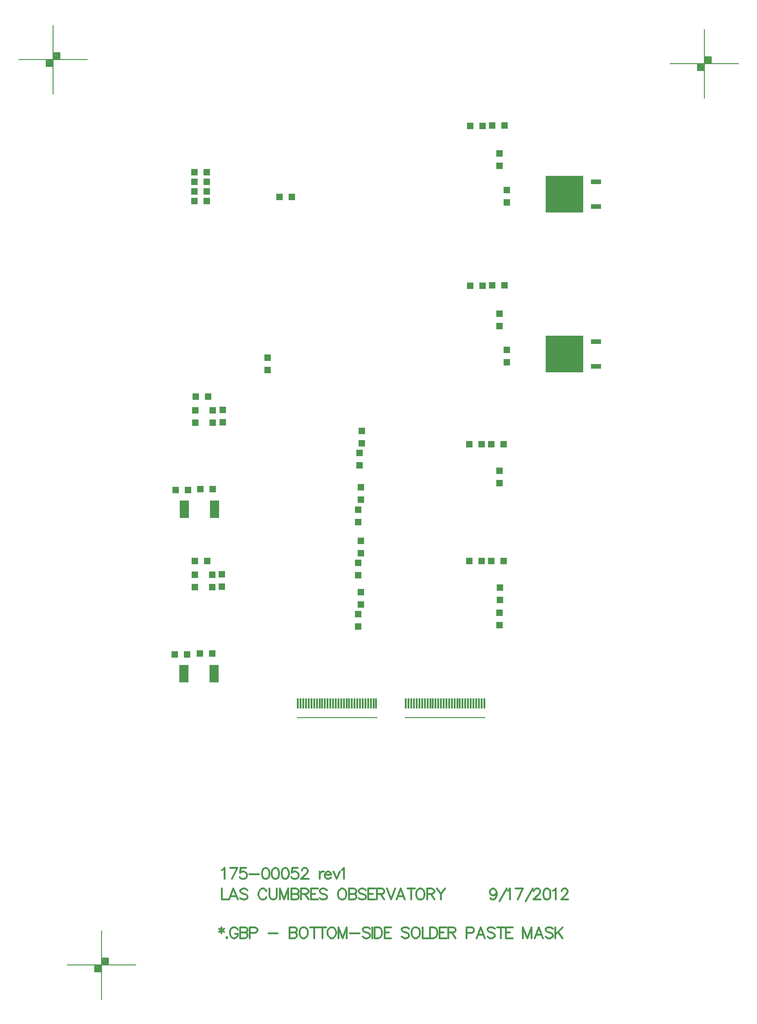
<source format=gbp>
%FSLAX23Y23*%
%MOIN*%
G70*
G01*
G75*
G04 Layer_Color=128*
%ADD10R,0.012X0.065*%
%ADD11R,0.217X0.120*%
%ADD12R,0.065X0.012*%
%ADD13R,0.075X0.037*%
%ADD14R,0.272X0.268*%
%ADD15R,0.035X0.037*%
%ADD16R,0.035X0.037*%
%ADD17R,0.085X0.138*%
%ADD18R,0.085X0.043*%
%ADD19R,0.085X0.043*%
%ADD20O,0.028X0.098*%
%ADD21R,0.280X0.100*%
%ADD22R,0.070X0.135*%
%ADD23R,0.050X0.050*%
%ADD24O,0.087X0.024*%
%ADD25O,0.098X0.028*%
%ADD26R,0.045X0.017*%
%ADD27R,0.591X0.010*%
%ADD28R,0.012X0.105*%
%ADD29R,0.063X0.051*%
%ADD30R,0.063X0.079*%
%ADD31R,0.050X0.050*%
%ADD32C,0.010*%
%ADD33C,0.050*%
%ADD34C,0.020*%
%ADD35C,0.075*%
%ADD36C,0.012*%
%ADD37C,0.008*%
%ADD38C,0.012*%
%ADD39C,0.012*%
%ADD40R,0.060X0.060*%
%ADD41C,0.060*%
%ADD42C,0.024*%
%ADD43C,0.020*%
%ADD44C,0.115*%
%ADD45R,0.115X0.115*%
%ADD46C,0.080*%
%ADD47C,0.055*%
%ADD48R,0.059X0.059*%
%ADD49C,0.059*%
%ADD50C,0.120*%
%ADD51R,0.120X0.120*%
%ADD52R,0.079X0.079*%
%ADD53C,0.079*%
%ADD54C,0.010*%
%ADD55C,0.050*%
%ADD56C,0.040*%
%ADD57C,0.070*%
%ADD58C,0.054*%
%ADD59C,0.118*%
G04:AMPARAMS|DCode=60|XSize=138mil|YSize=138mil|CornerRadius=0mil|HoleSize=0mil|Usage=FLASHONLY|Rotation=0.000|XOffset=0mil|YOffset=0mil|HoleType=Round|Shape=Relief|Width=10mil|Gap=10mil|Entries=4|*
%AMTHD60*
7,0,0,0.138,0.118,0.010,45*
%
%ADD60THD60*%
G04:AMPARAMS|DCode=61|XSize=112mil|YSize=112mil|CornerRadius=0mil|HoleSize=0mil|Usage=FLASHONLY|Rotation=0.000|XOffset=0mil|YOffset=0mil|HoleType=Round|Shape=Relief|Width=10mil|Gap=10mil|Entries=4|*
%AMTHD61*
7,0,0,0.112,0.092,0.010,45*
%
%ADD61THD61*%
%ADD62C,0.073*%
%ADD63C,0.075*%
%ADD64C,0.110*%
G04:AMPARAMS|DCode=65|XSize=107.244mil|YSize=107.244mil|CornerRadius=0mil|HoleSize=0mil|Usage=FLASHONLY|Rotation=0.000|XOffset=0mil|YOffset=0mil|HoleType=Round|Shape=Relief|Width=10mil|Gap=10mil|Entries=4|*
%AMTHD65*
7,0,0,0.107,0.087,0.010,45*
%
%ADD65THD65*%
%ADD66C,0.087*%
%ADD67C,0.092*%
%ADD68C,0.046*%
%ADD69C,0.064*%
G04:AMPARAMS|DCode=70|XSize=70mil|YSize=70mil|CornerRadius=0mil|HoleSize=0mil|Usage=FLASHONLY|Rotation=0.000|XOffset=0mil|YOffset=0mil|HoleType=Round|Shape=Relief|Width=10mil|Gap=10mil|Entries=4|*
%AMTHD70*
7,0,0,0.070,0.050,0.010,45*
%
%ADD70THD70*%
G04:AMPARAMS|DCode=71|XSize=88mil|YSize=88mil|CornerRadius=0mil|HoleSize=0mil|Usage=FLASHONLY|Rotation=0.000|XOffset=0mil|YOffset=0mil|HoleType=Round|Shape=Relief|Width=10mil|Gap=10mil|Entries=4|*
%AMTHD71*
7,0,0,0.088,0.068,0.010,45*
%
%ADD71THD71*%
%ADD72C,0.068*%
%ADD73C,0.000*%
G04:AMPARAMS|DCode=74|XSize=90mil|YSize=90mil|CornerRadius=0mil|HoleSize=0mil|Usage=FLASHONLY|Rotation=0.000|XOffset=0mil|YOffset=0mil|HoleType=Round|Shape=Relief|Width=10mil|Gap=10mil|Entries=4|*
%AMTHD74*
7,0,0,0.090,0.070,0.010,45*
%
%ADD74THD74*%
G04:AMPARAMS|DCode=75|XSize=93.465mil|YSize=93.465mil|CornerRadius=0mil|HoleSize=0mil|Usage=FLASHONLY|Rotation=0.000|XOffset=0mil|YOffset=0mil|HoleType=Round|Shape=Relief|Width=10mil|Gap=10mil|Entries=4|*
%AMTHD75*
7,0,0,0.093,0.073,0.010,45*
%
%ADD75THD75*%
G04:AMPARAMS|DCode=76|XSize=95.433mil|YSize=95.433mil|CornerRadius=0mil|HoleSize=0mil|Usage=FLASHONLY|Rotation=0.000|XOffset=0mil|YOffset=0mil|HoleType=Round|Shape=Relief|Width=10mil|Gap=10mil|Entries=4|*
%AMTHD76*
7,0,0,0.095,0.075,0.010,45*
%
%ADD76THD76*%
G04:AMPARAMS|DCode=77|XSize=130mil|YSize=130mil|CornerRadius=0mil|HoleSize=0mil|Usage=FLASHONLY|Rotation=0.000|XOffset=0mil|YOffset=0mil|HoleType=Round|Shape=Relief|Width=10mil|Gap=10mil|Entries=4|*
%AMTHD77*
7,0,0,0.130,0.110,0.010,45*
%
%ADD77THD77*%
%ADD78C,0.005*%
%ADD79R,0.071X0.126*%
%ADD80C,0.006*%
%ADD81C,0.008*%
%ADD82C,0.010*%
%ADD83R,0.189X0.116*%
%ADD84R,0.012X0.075*%
%ADD85R,0.012X0.060*%
%ADD86R,0.020X0.073*%
%ADD87R,0.225X0.128*%
%ADD88R,0.073X0.020*%
%ADD89R,0.083X0.045*%
%ADD90R,0.280X0.276*%
%ADD91R,0.043X0.045*%
%ADD92R,0.043X0.045*%
%ADD93R,0.093X0.146*%
%ADD94R,0.093X0.051*%
%ADD95R,0.093X0.051*%
%ADD96O,0.036X0.106*%
%ADD97R,0.288X0.108*%
%ADD98R,0.078X0.143*%
%ADD99R,0.058X0.058*%
%ADD100O,0.095X0.032*%
%ADD101O,0.106X0.036*%
%ADD102R,0.053X0.025*%
%ADD103R,0.599X0.018*%
%ADD104R,0.005X0.098*%
%ADD105R,0.071X0.059*%
%ADD106R,0.071X0.087*%
%ADD107R,0.058X0.058*%
%ADD108R,0.068X0.068*%
%ADD109C,0.032*%
%ADD110C,0.028*%
%ADD111C,0.123*%
%ADD112R,0.123X0.123*%
%ADD113C,0.088*%
%ADD114C,0.063*%
%ADD115R,0.067X0.067*%
%ADD116C,0.067*%
%ADD117C,0.128*%
%ADD118R,0.128X0.128*%
%ADD119R,0.087X0.087*%
%ADD120C,0.087*%
%ADD121C,0.018*%
%ADD122C,0.058*%
%ADD123R,1.016X0.295*%
%ADD124R,0.079X0.134*%
D13*
X45035Y29479D02*
D03*
Y29299D02*
D03*
Y30643D02*
D03*
Y30463D02*
D03*
D14*
X44805Y29389D02*
D03*
Y30553D02*
D03*
D23*
X43321Y27567D02*
D03*
Y27657D02*
D03*
X43321Y27940D02*
D03*
Y28030D02*
D03*
Y28329D02*
D03*
Y28419D02*
D03*
X43330Y28740D02*
D03*
Y28830D02*
D03*
X43303Y27495D02*
D03*
Y27405D02*
D03*
X43303Y27868D02*
D03*
Y27778D02*
D03*
Y28257D02*
D03*
Y28167D02*
D03*
X43312Y28668D02*
D03*
Y28578D02*
D03*
X42642Y29364D02*
D03*
Y29274D02*
D03*
X44331Y27415D02*
D03*
Y27505D02*
D03*
X44386Y30583D02*
D03*
Y30493D02*
D03*
Y29419D02*
D03*
Y29329D02*
D03*
X44334Y30758D02*
D03*
Y30848D02*
D03*
Y29594D02*
D03*
Y29684D02*
D03*
X42316Y28982D02*
D03*
Y28892D02*
D03*
X42310Y27785D02*
D03*
Y27695D02*
D03*
X42117Y28979D02*
D03*
Y28889D02*
D03*
X42111Y27782D02*
D03*
Y27692D02*
D03*
X42244Y28980D02*
D03*
Y28890D02*
D03*
X42238Y27783D02*
D03*
Y27693D02*
D03*
X44334Y28450D02*
D03*
Y28540D02*
D03*
X44335Y27599D02*
D03*
Y27689D02*
D03*
D27*
X43936Y26743D02*
D03*
X43149D02*
D03*
D31*
X42199Y30503D02*
D03*
X42109D02*
D03*
X42199Y30573D02*
D03*
X42109D02*
D03*
X42199Y30643D02*
D03*
X42109D02*
D03*
X42199Y30713D02*
D03*
X42109D02*
D03*
X44279Y31053D02*
D03*
X44369D02*
D03*
X44279Y29889D02*
D03*
X44369D02*
D03*
X44208Y31050D02*
D03*
X44118D02*
D03*
X44208Y29886D02*
D03*
X44118D02*
D03*
X41973Y28398D02*
D03*
X42063D02*
D03*
X41967Y27201D02*
D03*
X42057D02*
D03*
X44273Y28731D02*
D03*
X44363D02*
D03*
X44274Y27881D02*
D03*
X44364D02*
D03*
X44203Y28731D02*
D03*
X44113D02*
D03*
X44204Y27881D02*
D03*
X44114D02*
D03*
X42118Y29079D02*
D03*
X42208D02*
D03*
X42112Y27882D02*
D03*
X42202D02*
D03*
X42154Y28407D02*
D03*
X42244D02*
D03*
X42148Y27210D02*
D03*
X42238D02*
D03*
X42819Y30533D02*
D03*
X42729D02*
D03*
D37*
X41078Y31284D02*
Y31784D01*
X40828Y31534D02*
X41328D01*
X41028Y31484D02*
X41078D01*
X41028D02*
Y31534D01*
X41078Y31584D02*
X41128D01*
Y31534D02*
Y31584D01*
X41083Y31539D02*
Y31579D01*
X41123D01*
Y31539D02*
Y31579D01*
X41083Y31539D02*
X41123D01*
X41088Y31544D02*
Y31574D01*
X41118D01*
Y31544D02*
Y31574D01*
X41093Y31544D02*
X41118D01*
X41093Y31549D02*
Y31569D01*
X41113D01*
Y31549D02*
Y31569D01*
X41098Y31549D02*
X41113D01*
X41098Y31554D02*
Y31564D01*
X41108D01*
Y31554D02*
Y31564D01*
X41098Y31554D02*
X41108D01*
X41103D02*
Y31564D01*
X41033Y31489D02*
Y31529D01*
X41073D01*
Y31489D02*
Y31529D01*
X41033Y31489D02*
X41073D01*
X41038Y31494D02*
Y31524D01*
X41068D01*
Y31494D02*
Y31524D01*
X41043Y31494D02*
X41068D01*
X41043Y31499D02*
Y31519D01*
X41063D01*
Y31499D02*
Y31519D01*
X41048Y31499D02*
X41063D01*
X41048Y31504D02*
Y31514D01*
X41058D01*
Y31504D02*
Y31514D01*
X41048Y31504D02*
X41058D01*
X41053D02*
Y31514D01*
X45826Y31253D02*
Y31753D01*
X45576Y31503D02*
X46076D01*
X45776Y31453D02*
X45826D01*
X45776D02*
Y31503D01*
X45826Y31553D02*
X45876D01*
Y31503D02*
Y31553D01*
X45831Y31508D02*
Y31548D01*
X45871D01*
Y31508D02*
Y31548D01*
X45831Y31508D02*
X45871D01*
X45836Y31513D02*
Y31543D01*
X45866D01*
Y31513D02*
Y31543D01*
X45841Y31513D02*
X45866D01*
X45841Y31518D02*
Y31538D01*
X45861D01*
Y31518D02*
Y31538D01*
X45846Y31518D02*
X45861D01*
X45846Y31523D02*
Y31533D01*
X45856D01*
Y31523D02*
Y31533D01*
X45846Y31523D02*
X45856D01*
X45851D02*
Y31533D01*
X45781Y31458D02*
Y31498D01*
X45821D01*
Y31458D02*
Y31498D01*
X45781Y31458D02*
X45821D01*
X45786Y31463D02*
Y31493D01*
X45816D01*
Y31463D02*
Y31493D01*
X45791Y31463D02*
X45816D01*
X45791Y31468D02*
Y31488D01*
X45811D01*
Y31468D02*
Y31488D01*
X45796Y31468D02*
X45811D01*
X45796Y31473D02*
Y31483D01*
X45806D01*
Y31473D02*
Y31483D01*
X45796Y31473D02*
X45806D01*
X45801D02*
Y31483D01*
X41432Y24694D02*
Y25194D01*
X41182Y24944D02*
X41682D01*
X41382Y24894D02*
X41432D01*
X41382D02*
Y24944D01*
X41432Y24994D02*
X41482D01*
Y24944D02*
Y24994D01*
X41437Y24949D02*
Y24989D01*
X41477D01*
Y24949D02*
Y24989D01*
X41437Y24949D02*
X41477D01*
X41442Y24954D02*
Y24984D01*
X41472D01*
Y24954D02*
Y24984D01*
X41447Y24954D02*
X41472D01*
X41447Y24959D02*
Y24979D01*
X41467D01*
Y24959D02*
Y24979D01*
X41452Y24959D02*
X41467D01*
X41452Y24964D02*
Y24974D01*
X41462D01*
Y24964D02*
Y24974D01*
X41452Y24964D02*
X41462D01*
X41457D02*
Y24974D01*
X41387Y24899D02*
Y24939D01*
X41427D01*
Y24899D02*
Y24939D01*
X41387Y24899D02*
X41427D01*
X41392Y24904D02*
Y24934D01*
X41422D01*
Y24904D02*
Y24934D01*
X41397Y24904D02*
X41422D01*
X41397Y24909D02*
Y24929D01*
X41417D01*
Y24909D02*
Y24929D01*
X41402Y24909D02*
X41417D01*
X41402Y24914D02*
Y24924D01*
X41412D01*
Y24914D02*
Y24924D01*
X41402Y24914D02*
X41412D01*
X41407D02*
Y24924D01*
D38*
X42309Y25498D02*
Y25418D01*
X42355D01*
X42425D02*
X42394Y25498D01*
X42364Y25418D01*
X42375Y25444D02*
X42413D01*
X42496Y25486D02*
X42489Y25494D01*
X42477Y25498D01*
X42462D01*
X42451Y25494D01*
X42443Y25486D01*
Y25479D01*
X42447Y25471D01*
X42451Y25467D01*
X42458Y25464D01*
X42481Y25456D01*
X42489Y25452D01*
X42493Y25448D01*
X42496Y25441D01*
Y25429D01*
X42489Y25422D01*
X42477Y25418D01*
X42462D01*
X42451Y25422D01*
X42443Y25429D01*
X42634Y25479D02*
X42631Y25486D01*
X42623Y25494D01*
X42615Y25498D01*
X42600D01*
X42592Y25494D01*
X42585Y25486D01*
X42581Y25479D01*
X42577Y25467D01*
Y25448D01*
X42581Y25437D01*
X42585Y25429D01*
X42592Y25422D01*
X42600Y25418D01*
X42615D01*
X42623Y25422D01*
X42631Y25429D01*
X42634Y25437D01*
X42657Y25498D02*
Y25441D01*
X42661Y25429D01*
X42668Y25422D01*
X42680Y25418D01*
X42687D01*
X42699Y25422D01*
X42706Y25429D01*
X42710Y25441D01*
Y25498D01*
X42732D02*
Y25418D01*
Y25498D02*
X42763Y25418D01*
X42793Y25498D02*
X42763Y25418D01*
X42793Y25498D02*
Y25418D01*
X42816Y25498D02*
Y25418D01*
Y25498D02*
X42850D01*
X42862Y25494D01*
X42866Y25490D01*
X42869Y25483D01*
Y25475D01*
X42866Y25467D01*
X42862Y25464D01*
X42850Y25460D01*
X42816D02*
X42850D01*
X42862Y25456D01*
X42866Y25452D01*
X42869Y25444D01*
Y25433D01*
X42866Y25425D01*
X42862Y25422D01*
X42850Y25418D01*
X42816D01*
X42887Y25498D02*
Y25418D01*
Y25498D02*
X42922D01*
X42933Y25494D01*
X42937Y25490D01*
X42941Y25483D01*
Y25475D01*
X42937Y25467D01*
X42933Y25464D01*
X42922Y25460D01*
X42887D01*
X42914D02*
X42941Y25418D01*
X43008Y25498D02*
X42958D01*
Y25418D01*
X43008D01*
X42958Y25460D02*
X42989D01*
X43075Y25486D02*
X43067Y25494D01*
X43056Y25498D01*
X43040D01*
X43029Y25494D01*
X43021Y25486D01*
Y25479D01*
X43025Y25471D01*
X43029Y25467D01*
X43037Y25464D01*
X43059Y25456D01*
X43067Y25452D01*
X43071Y25448D01*
X43075Y25441D01*
Y25429D01*
X43067Y25422D01*
X43056Y25418D01*
X43040D01*
X43029Y25422D01*
X43021Y25429D01*
X43178Y25498D02*
X43171Y25494D01*
X43163Y25486D01*
X43159Y25479D01*
X43155Y25467D01*
Y25448D01*
X43159Y25437D01*
X43163Y25429D01*
X43171Y25422D01*
X43178Y25418D01*
X43193D01*
X43201Y25422D01*
X43209Y25429D01*
X43213Y25437D01*
X43216Y25448D01*
Y25467D01*
X43213Y25479D01*
X43209Y25486D01*
X43201Y25494D01*
X43193Y25498D01*
X43178D01*
X43235D02*
Y25418D01*
Y25498D02*
X43269D01*
X43281Y25494D01*
X43285Y25490D01*
X43288Y25483D01*
Y25475D01*
X43285Y25467D01*
X43281Y25464D01*
X43269Y25460D01*
X43235D02*
X43269D01*
X43281Y25456D01*
X43285Y25452D01*
X43288Y25444D01*
Y25433D01*
X43285Y25425D01*
X43281Y25422D01*
X43269Y25418D01*
X43235D01*
X43360Y25486D02*
X43352Y25494D01*
X43340Y25498D01*
X43325D01*
X43314Y25494D01*
X43306Y25486D01*
Y25479D01*
X43310Y25471D01*
X43314Y25467D01*
X43321Y25464D01*
X43344Y25456D01*
X43352Y25452D01*
X43356Y25448D01*
X43360Y25441D01*
Y25429D01*
X43352Y25422D01*
X43340Y25418D01*
X43325D01*
X43314Y25422D01*
X43306Y25429D01*
X43427Y25498D02*
X43377D01*
Y25418D01*
X43427D01*
X43377Y25460D02*
X43408D01*
X43440Y25498D02*
Y25418D01*
Y25498D02*
X43475D01*
X43486Y25494D01*
X43490Y25490D01*
X43494Y25483D01*
Y25475D01*
X43490Y25467D01*
X43486Y25464D01*
X43475Y25460D01*
X43440D01*
X43467D02*
X43494Y25418D01*
X43512Y25498D02*
X43542Y25418D01*
X43572Y25498D02*
X43542Y25418D01*
X43644D02*
X43613Y25498D01*
X43583Y25418D01*
X43594Y25444D02*
X43632D01*
X43689Y25498D02*
Y25418D01*
X43662Y25498D02*
X43716D01*
X43748D02*
X43740Y25494D01*
X43733Y25486D01*
X43729Y25479D01*
X43725Y25467D01*
Y25448D01*
X43729Y25437D01*
X43733Y25429D01*
X43740Y25422D01*
X43748Y25418D01*
X43763D01*
X43771Y25422D01*
X43779Y25429D01*
X43782Y25437D01*
X43786Y25448D01*
Y25467D01*
X43782Y25479D01*
X43779Y25486D01*
X43771Y25494D01*
X43763Y25498D01*
X43748D01*
X43805D02*
Y25418D01*
Y25498D02*
X43839D01*
X43850Y25494D01*
X43854Y25490D01*
X43858Y25483D01*
Y25475D01*
X43854Y25467D01*
X43850Y25464D01*
X43839Y25460D01*
X43805D01*
X43831D02*
X43858Y25418D01*
X43876Y25498D02*
X43906Y25460D01*
Y25418D01*
X43937Y25498D02*
X43906Y25460D01*
X44311Y25471D02*
X44307Y25460D01*
X44300Y25452D01*
X44288Y25448D01*
X44284D01*
X44273Y25452D01*
X44265Y25460D01*
X44261Y25471D01*
Y25475D01*
X44265Y25486D01*
X44273Y25494D01*
X44284Y25498D01*
X44288D01*
X44300Y25494D01*
X44307Y25486D01*
X44311Y25471D01*
Y25452D01*
X44307Y25433D01*
X44300Y25422D01*
X44288Y25418D01*
X44280D01*
X44269Y25422D01*
X44265Y25429D01*
X44333Y25406D02*
X44386Y25498D01*
X44391Y25483D02*
X44399Y25486D01*
X44410Y25498D01*
Y25418D01*
X44503Y25498D02*
X44465Y25418D01*
X44450Y25498D02*
X44503D01*
X44521Y25406D02*
X44575Y25498D01*
X44584Y25479D02*
Y25483D01*
X44587Y25490D01*
X44591Y25494D01*
X44599Y25498D01*
X44614D01*
X44622Y25494D01*
X44626Y25490D01*
X44629Y25483D01*
Y25475D01*
X44626Y25467D01*
X44618Y25456D01*
X44580Y25418D01*
X44633D01*
X44674Y25498D02*
X44663Y25494D01*
X44655Y25483D01*
X44651Y25464D01*
Y25452D01*
X44655Y25433D01*
X44663Y25422D01*
X44674Y25418D01*
X44682D01*
X44693Y25422D01*
X44701Y25433D01*
X44704Y25452D01*
Y25464D01*
X44701Y25483D01*
X44693Y25494D01*
X44682Y25498D01*
X44674D01*
X44722Y25483D02*
X44730Y25486D01*
X44741Y25498D01*
Y25418D01*
X44785Y25479D02*
Y25483D01*
X44789Y25490D01*
X44792Y25494D01*
X44800Y25498D01*
X44815D01*
X44823Y25494D01*
X44827Y25490D01*
X44830Y25483D01*
Y25475D01*
X44827Y25467D01*
X44819Y25456D01*
X44781Y25418D01*
X44834D01*
D39*
X42307Y25217D02*
Y25172D01*
X42288Y25206D02*
X42326Y25183D01*
Y25206D02*
X42288Y25183D01*
X42346Y25145D02*
X42343Y25141D01*
X42346Y25137D01*
X42350Y25141D01*
X42346Y25145D01*
X42425Y25198D02*
X42421Y25206D01*
X42413Y25213D01*
X42406Y25217D01*
X42391D01*
X42383Y25213D01*
X42375Y25206D01*
X42371Y25198D01*
X42368Y25187D01*
Y25168D01*
X42371Y25156D01*
X42375Y25149D01*
X42383Y25141D01*
X42391Y25137D01*
X42406D01*
X42413Y25141D01*
X42421Y25149D01*
X42425Y25156D01*
Y25168D01*
X42406D02*
X42425D01*
X42443Y25217D02*
Y25137D01*
Y25217D02*
X42477D01*
X42489Y25213D01*
X42493Y25210D01*
X42496Y25202D01*
Y25194D01*
X42493Y25187D01*
X42489Y25183D01*
X42477Y25179D01*
X42443D02*
X42477D01*
X42489Y25175D01*
X42493Y25172D01*
X42496Y25164D01*
Y25152D01*
X42493Y25145D01*
X42489Y25141D01*
X42477Y25137D01*
X42443D01*
X42514Y25175D02*
X42549D01*
X42560Y25179D01*
X42564Y25183D01*
X42568Y25191D01*
Y25202D01*
X42564Y25210D01*
X42560Y25213D01*
X42549Y25217D01*
X42514D01*
Y25137D01*
X42648Y25172D02*
X42717D01*
X42803Y25217D02*
Y25137D01*
Y25217D02*
X42838D01*
X42849Y25213D01*
X42853Y25210D01*
X42857Y25202D01*
Y25194D01*
X42853Y25187D01*
X42849Y25183D01*
X42838Y25179D01*
X42803D02*
X42838D01*
X42849Y25175D01*
X42853Y25172D01*
X42857Y25164D01*
Y25152D01*
X42853Y25145D01*
X42849Y25141D01*
X42838Y25137D01*
X42803D01*
X42897Y25217D02*
X42890Y25213D01*
X42882Y25206D01*
X42878Y25198D01*
X42875Y25187D01*
Y25168D01*
X42878Y25156D01*
X42882Y25149D01*
X42890Y25141D01*
X42897Y25137D01*
X42913D01*
X42920Y25141D01*
X42928Y25149D01*
X42932Y25156D01*
X42936Y25168D01*
Y25187D01*
X42932Y25198D01*
X42928Y25206D01*
X42920Y25213D01*
X42913Y25217D01*
X42897D01*
X42981D02*
Y25137D01*
X42954Y25217D02*
X43008D01*
X43044D02*
Y25137D01*
X43017Y25217D02*
X43070D01*
X43103D02*
X43095Y25213D01*
X43088Y25206D01*
X43084Y25198D01*
X43080Y25187D01*
Y25168D01*
X43084Y25156D01*
X43088Y25149D01*
X43095Y25141D01*
X43103Y25137D01*
X43118D01*
X43126Y25141D01*
X43133Y25149D01*
X43137Y25156D01*
X43141Y25168D01*
Y25187D01*
X43137Y25198D01*
X43133Y25206D01*
X43126Y25213D01*
X43118Y25217D01*
X43103D01*
X43159D02*
Y25137D01*
Y25217D02*
X43190Y25137D01*
X43220Y25217D02*
X43190Y25137D01*
X43220Y25217D02*
Y25137D01*
X43243Y25172D02*
X43312D01*
X43389Y25206D02*
X43381Y25213D01*
X43370Y25217D01*
X43354D01*
X43343Y25213D01*
X43335Y25206D01*
Y25198D01*
X43339Y25191D01*
X43343Y25187D01*
X43351Y25183D01*
X43374Y25175D01*
X43381Y25172D01*
X43385Y25168D01*
X43389Y25160D01*
Y25149D01*
X43381Y25141D01*
X43370Y25137D01*
X43354D01*
X43343Y25141D01*
X43335Y25149D01*
X43407Y25217D02*
Y25137D01*
X43423Y25217D02*
Y25137D01*
Y25217D02*
X43450D01*
X43462Y25213D01*
X43469Y25206D01*
X43473Y25198D01*
X43477Y25187D01*
Y25168D01*
X43473Y25156D01*
X43469Y25149D01*
X43462Y25141D01*
X43450Y25137D01*
X43423D01*
X43544Y25217D02*
X43495D01*
Y25137D01*
X43544D01*
X43495Y25179D02*
X43525D01*
X43674Y25206D02*
X43666Y25213D01*
X43655Y25217D01*
X43639D01*
X43628Y25213D01*
X43620Y25206D01*
Y25198D01*
X43624Y25191D01*
X43628Y25187D01*
X43636Y25183D01*
X43658Y25175D01*
X43666Y25172D01*
X43670Y25168D01*
X43674Y25160D01*
Y25149D01*
X43666Y25141D01*
X43655Y25137D01*
X43639D01*
X43628Y25141D01*
X43620Y25149D01*
X43714Y25217D02*
X43707Y25213D01*
X43699Y25206D01*
X43695Y25198D01*
X43692Y25187D01*
Y25168D01*
X43695Y25156D01*
X43699Y25149D01*
X43707Y25141D01*
X43714Y25137D01*
X43730D01*
X43737Y25141D01*
X43745Y25149D01*
X43749Y25156D01*
X43753Y25168D01*
Y25187D01*
X43749Y25198D01*
X43745Y25206D01*
X43737Y25213D01*
X43730Y25217D01*
X43714D01*
X43771D02*
Y25137D01*
X43817D01*
X43826Y25217D02*
Y25137D01*
Y25217D02*
X43852D01*
X43864Y25213D01*
X43871Y25206D01*
X43875Y25198D01*
X43879Y25187D01*
Y25168D01*
X43875Y25156D01*
X43871Y25149D01*
X43864Y25141D01*
X43852Y25137D01*
X43826D01*
X43946Y25217D02*
X43897D01*
Y25137D01*
X43946D01*
X43897Y25179D02*
X43927D01*
X43960Y25217D02*
Y25137D01*
Y25217D02*
X43994D01*
X44005Y25213D01*
X44009Y25210D01*
X44013Y25202D01*
Y25194D01*
X44009Y25187D01*
X44005Y25183D01*
X43994Y25179D01*
X43960D01*
X43986D02*
X44013Y25137D01*
X44094Y25175D02*
X44128D01*
X44139Y25179D01*
X44143Y25183D01*
X44147Y25191D01*
Y25202D01*
X44143Y25210D01*
X44139Y25213D01*
X44128Y25217D01*
X44094D01*
Y25137D01*
X44226D02*
X44195Y25217D01*
X44165Y25137D01*
X44176Y25164D02*
X44215D01*
X44298Y25206D02*
X44290Y25213D01*
X44279Y25217D01*
X44264D01*
X44252Y25213D01*
X44245Y25206D01*
Y25198D01*
X44248Y25191D01*
X44252Y25187D01*
X44260Y25183D01*
X44283Y25175D01*
X44290Y25172D01*
X44294Y25168D01*
X44298Y25160D01*
Y25149D01*
X44290Y25141D01*
X44279Y25137D01*
X44264D01*
X44252Y25141D01*
X44245Y25149D01*
X44342Y25217D02*
Y25137D01*
X44316Y25217D02*
X44369D01*
X44428D02*
X44379D01*
Y25137D01*
X44428D01*
X44379Y25179D02*
X44409D01*
X44504Y25217D02*
Y25137D01*
Y25217D02*
X44535Y25137D01*
X44565Y25217D02*
X44535Y25137D01*
X44565Y25217D02*
Y25137D01*
X44649D02*
X44619Y25217D01*
X44588Y25137D01*
X44600Y25164D02*
X44638D01*
X44721Y25206D02*
X44713Y25213D01*
X44702Y25217D01*
X44687D01*
X44675Y25213D01*
X44668Y25206D01*
Y25198D01*
X44672Y25191D01*
X44675Y25187D01*
X44683Y25183D01*
X44706Y25175D01*
X44713Y25172D01*
X44717Y25168D01*
X44721Y25160D01*
Y25149D01*
X44713Y25141D01*
X44702Y25137D01*
X44687D01*
X44675Y25141D01*
X44668Y25149D01*
X44739Y25217D02*
Y25137D01*
X44792Y25217D02*
X44739Y25164D01*
X44758Y25183D02*
X44792Y25137D01*
X42309Y25633D02*
X42317Y25636D01*
X42328Y25648D01*
Y25568D01*
X42421Y25648D02*
X42383Y25568D01*
X42368Y25648D02*
X42421D01*
X42485D02*
X42447D01*
X42443Y25614D01*
X42447Y25617D01*
X42458Y25621D01*
X42469D01*
X42481Y25617D01*
X42488Y25610D01*
X42492Y25598D01*
Y25591D01*
X42488Y25579D01*
X42481Y25572D01*
X42469Y25568D01*
X42458D01*
X42447Y25572D01*
X42443Y25575D01*
X42439Y25583D01*
X42510Y25602D02*
X42579D01*
X42625Y25648D02*
X42614Y25644D01*
X42606Y25633D01*
X42602Y25614D01*
Y25602D01*
X42606Y25583D01*
X42614Y25572D01*
X42625Y25568D01*
X42633D01*
X42644Y25572D01*
X42652Y25583D01*
X42656Y25602D01*
Y25614D01*
X42652Y25633D01*
X42644Y25644D01*
X42633Y25648D01*
X42625D01*
X42696D02*
X42685Y25644D01*
X42677Y25633D01*
X42674Y25614D01*
Y25602D01*
X42677Y25583D01*
X42685Y25572D01*
X42696Y25568D01*
X42704D01*
X42715Y25572D01*
X42723Y25583D01*
X42727Y25602D01*
Y25614D01*
X42723Y25633D01*
X42715Y25644D01*
X42704Y25648D01*
X42696D01*
X42768D02*
X42756Y25644D01*
X42749Y25633D01*
X42745Y25614D01*
Y25602D01*
X42749Y25583D01*
X42756Y25572D01*
X42768Y25568D01*
X42775D01*
X42787Y25572D01*
X42794Y25583D01*
X42798Y25602D01*
Y25614D01*
X42794Y25633D01*
X42787Y25644D01*
X42775Y25648D01*
X42768D01*
X42862D02*
X42824D01*
X42820Y25614D01*
X42824Y25617D01*
X42835Y25621D01*
X42847D01*
X42858Y25617D01*
X42866Y25610D01*
X42869Y25598D01*
Y25591D01*
X42866Y25579D01*
X42858Y25572D01*
X42847Y25568D01*
X42835D01*
X42824Y25572D01*
X42820Y25575D01*
X42816Y25583D01*
X42891Y25629D02*
Y25633D01*
X42895Y25640D01*
X42899Y25644D01*
X42906Y25648D01*
X42922D01*
X42929Y25644D01*
X42933Y25640D01*
X42937Y25633D01*
Y25625D01*
X42933Y25617D01*
X42925Y25606D01*
X42887Y25568D01*
X42941D01*
X43021Y25621D02*
Y25568D01*
Y25598D02*
X43025Y25610D01*
X43033Y25617D01*
X43040Y25621D01*
X43052D01*
X43059Y25598D02*
X43105D01*
Y25606D01*
X43101Y25614D01*
X43097Y25617D01*
X43090Y25621D01*
X43078D01*
X43070Y25617D01*
X43063Y25610D01*
X43059Y25598D01*
Y25591D01*
X43063Y25579D01*
X43070Y25572D01*
X43078Y25568D01*
X43090D01*
X43097Y25572D01*
X43105Y25579D01*
X43122Y25621D02*
X43145Y25568D01*
X43168Y25621D02*
X43145Y25568D01*
X43181Y25633D02*
X43188Y25636D01*
X43200Y25648D01*
Y25568D01*
D79*
X42031Y27061D02*
D03*
X42251D02*
D03*
X42037Y28258D02*
D03*
X42257D02*
D03*
D84*
X44222Y26846D02*
D03*
X44202D02*
D03*
X44182D02*
D03*
X44163D02*
D03*
X44143D02*
D03*
X44123D02*
D03*
X44104D02*
D03*
X44084D02*
D03*
X44064D02*
D03*
X44044D02*
D03*
X44025D02*
D03*
X44005D02*
D03*
X43985D02*
D03*
X43966D02*
D03*
X43946D02*
D03*
X43926D02*
D03*
X43907D02*
D03*
X43887D02*
D03*
X43867D02*
D03*
X43847D02*
D03*
X43828D02*
D03*
X43808D02*
D03*
X43788D02*
D03*
X43769D02*
D03*
X43749D02*
D03*
X43729D02*
D03*
X43710D02*
D03*
X43690D02*
D03*
X43670D02*
D03*
X43650D02*
D03*
X42863D02*
D03*
X42883D02*
D03*
X42902D02*
D03*
X42922D02*
D03*
X42942D02*
D03*
X42961D02*
D03*
X42981D02*
D03*
X43001D02*
D03*
X43021D02*
D03*
X43040D02*
D03*
X43060D02*
D03*
X43080D02*
D03*
X43099D02*
D03*
X43119D02*
D03*
X43139D02*
D03*
X43158D02*
D03*
X43178D02*
D03*
X43198D02*
D03*
X43218D02*
D03*
X43237D02*
D03*
X43257D02*
D03*
X43277D02*
D03*
X43296D02*
D03*
X43316D02*
D03*
X43336D02*
D03*
X43355D02*
D03*
X43375D02*
D03*
X43395D02*
D03*
X43415D02*
D03*
X43434D02*
D03*
M02*

</source>
